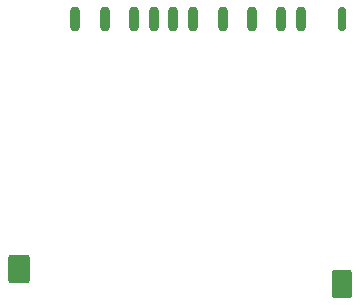
<source format=gbp>
%TF.GenerationSoftware,KiCad,Pcbnew,9.0.0*%
%TF.CreationDate,2025-03-20T22:52:04+00:00*%
%TF.ProjectId,PicoConsole,5069636f-436f-46e7-936f-6c652e6b6963,rev?*%
%TF.SameCoordinates,Original*%
%TF.FileFunction,Paste,Bot*%
%TF.FilePolarity,Positive*%
%FSLAX46Y46*%
G04 Gerber Fmt 4.6, Leading zero omitted, Abs format (unit mm)*
G04 Created by KiCad (PCBNEW 9.0.0) date 2025-03-20 22:52:04*
%MOMM*%
%LPD*%
G01*
G04 APERTURE LIST*
G04 Aperture macros list*
%AMRoundRect*
0 Rectangle with rounded corners*
0 $1 Rounding radius*
0 $2 $3 $4 $5 $6 $7 $8 $9 X,Y pos of 4 corners*
0 Add a 4 corners polygon primitive as box body*
4,1,4,$2,$3,$4,$5,$6,$7,$8,$9,$2,$3,0*
0 Add four circle primitives for the rounded corners*
1,1,$1+$1,$2,$3*
1,1,$1+$1,$4,$5*
1,1,$1+$1,$6,$7*
1,1,$1+$1,$8,$9*
0 Add four rect primitives between the rounded corners*
20,1,$1+$1,$2,$3,$4,$5,0*
20,1,$1+$1,$4,$5,$6,$7,0*
20,1,$1+$1,$6,$7,$8,$9,0*
20,1,$1+$1,$8,$9,$2,$3,0*%
G04 Aperture macros list end*
%ADD10RoundRect,0.250400X0.149600X0.749600X-0.149600X0.749600X-0.149600X-0.749600X0.149600X-0.749600X0*%
%ADD11RoundRect,0.249900X0.100100X0.750100X-0.100100X0.750100X-0.100100X-0.750100X0.100100X-0.750100X0*%
%ADD12RoundRect,0.250200X0.649800X0.949800X-0.649800X0.949800X-0.649800X-0.949800X0.649800X-0.949800X0*%
%ADD13RoundRect,0.249900X0.600100X0.950100X-0.600100X0.950100X-0.600100X-0.950100X0.600100X-0.950100X0*%
G04 APERTURE END LIST*
D10*
%TO.C,J1*%
X98120000Y-96000000D03*
X100620000Y-96000000D03*
X103920000Y-96000000D03*
X105620000Y-96000000D03*
X108120000Y-96000000D03*
X110620000Y-96000000D03*
X113050000Y-96000000D03*
X114750000Y-96000000D03*
X95620000Y-96000000D03*
X102320000Y-96000000D03*
D11*
X118240000Y-96000000D03*
D12*
X90900000Y-117200000D03*
D13*
X118250000Y-118400000D03*
%TD*%
M02*

</source>
